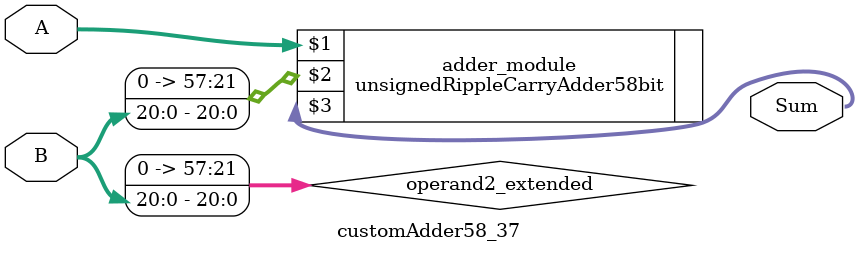
<source format=v>
module customAdder58_37(
                        input [57 : 0] A,
                        input [20 : 0] B,
                        
                        output [58 : 0] Sum
                );

        wire [57 : 0] operand2_extended;
        
        assign operand2_extended =  {37'b0, B};
        
        unsignedRippleCarryAdder58bit adder_module(
            A,
            operand2_extended,
            Sum
        );
        
        endmodule
        
</source>
